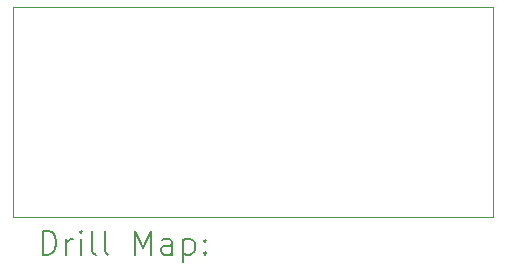
<source format=gbr>
%TF.GenerationSoftware,KiCad,Pcbnew,7.0.10*%
%TF.CreationDate,2024-02-13T22:41:41+09:00*%
%TF.ProjectId,drv8833,64727638-3833-4332-9e6b-696361645f70,rev?*%
%TF.SameCoordinates,Original*%
%TF.FileFunction,Drillmap*%
%TF.FilePolarity,Positive*%
%FSLAX45Y45*%
G04 Gerber Fmt 4.5, Leading zero omitted, Abs format (unit mm)*
G04 Created by KiCad (PCBNEW 7.0.10) date 2024-02-13 22:41:41*
%MOMM*%
%LPD*%
G01*
G04 APERTURE LIST*
%ADD10C,0.100000*%
%ADD11C,0.200000*%
G04 APERTURE END LIST*
D10*
X9906000Y-5588000D02*
X13970000Y-5588000D01*
X9906000Y-7366000D02*
X9906000Y-5588000D01*
X9906000Y-7366000D02*
X13970000Y-7366000D01*
X13970000Y-7366000D02*
X13970000Y-5588000D01*
D11*
X10161777Y-7682484D02*
X10161777Y-7482484D01*
X10161777Y-7482484D02*
X10209396Y-7482484D01*
X10209396Y-7482484D02*
X10237967Y-7492008D01*
X10237967Y-7492008D02*
X10257015Y-7511055D01*
X10257015Y-7511055D02*
X10266539Y-7530103D01*
X10266539Y-7530103D02*
X10276063Y-7568198D01*
X10276063Y-7568198D02*
X10276063Y-7596769D01*
X10276063Y-7596769D02*
X10266539Y-7634865D01*
X10266539Y-7634865D02*
X10257015Y-7653912D01*
X10257015Y-7653912D02*
X10237967Y-7672960D01*
X10237967Y-7672960D02*
X10209396Y-7682484D01*
X10209396Y-7682484D02*
X10161777Y-7682484D01*
X10361777Y-7682484D02*
X10361777Y-7549150D01*
X10361777Y-7587246D02*
X10371301Y-7568198D01*
X10371301Y-7568198D02*
X10380824Y-7558674D01*
X10380824Y-7558674D02*
X10399872Y-7549150D01*
X10399872Y-7549150D02*
X10418920Y-7549150D01*
X10485586Y-7682484D02*
X10485586Y-7549150D01*
X10485586Y-7482484D02*
X10476063Y-7492008D01*
X10476063Y-7492008D02*
X10485586Y-7501531D01*
X10485586Y-7501531D02*
X10495110Y-7492008D01*
X10495110Y-7492008D02*
X10485586Y-7482484D01*
X10485586Y-7482484D02*
X10485586Y-7501531D01*
X10609396Y-7682484D02*
X10590348Y-7672960D01*
X10590348Y-7672960D02*
X10580824Y-7653912D01*
X10580824Y-7653912D02*
X10580824Y-7482484D01*
X10714158Y-7682484D02*
X10695110Y-7672960D01*
X10695110Y-7672960D02*
X10685586Y-7653912D01*
X10685586Y-7653912D02*
X10685586Y-7482484D01*
X10942729Y-7682484D02*
X10942729Y-7482484D01*
X10942729Y-7482484D02*
X11009396Y-7625341D01*
X11009396Y-7625341D02*
X11076063Y-7482484D01*
X11076063Y-7482484D02*
X11076063Y-7682484D01*
X11257015Y-7682484D02*
X11257015Y-7577722D01*
X11257015Y-7577722D02*
X11247491Y-7558674D01*
X11247491Y-7558674D02*
X11228443Y-7549150D01*
X11228443Y-7549150D02*
X11190348Y-7549150D01*
X11190348Y-7549150D02*
X11171301Y-7558674D01*
X11257015Y-7672960D02*
X11237967Y-7682484D01*
X11237967Y-7682484D02*
X11190348Y-7682484D01*
X11190348Y-7682484D02*
X11171301Y-7672960D01*
X11171301Y-7672960D02*
X11161777Y-7653912D01*
X11161777Y-7653912D02*
X11161777Y-7634865D01*
X11161777Y-7634865D02*
X11171301Y-7615817D01*
X11171301Y-7615817D02*
X11190348Y-7606293D01*
X11190348Y-7606293D02*
X11237967Y-7606293D01*
X11237967Y-7606293D02*
X11257015Y-7596769D01*
X11352253Y-7549150D02*
X11352253Y-7749150D01*
X11352253Y-7558674D02*
X11371301Y-7549150D01*
X11371301Y-7549150D02*
X11409396Y-7549150D01*
X11409396Y-7549150D02*
X11428443Y-7558674D01*
X11428443Y-7558674D02*
X11437967Y-7568198D01*
X11437967Y-7568198D02*
X11447491Y-7587246D01*
X11447491Y-7587246D02*
X11447491Y-7644388D01*
X11447491Y-7644388D02*
X11437967Y-7663436D01*
X11437967Y-7663436D02*
X11428443Y-7672960D01*
X11428443Y-7672960D02*
X11409396Y-7682484D01*
X11409396Y-7682484D02*
X11371301Y-7682484D01*
X11371301Y-7682484D02*
X11352253Y-7672960D01*
X11533205Y-7663436D02*
X11542729Y-7672960D01*
X11542729Y-7672960D02*
X11533205Y-7682484D01*
X11533205Y-7682484D02*
X11523682Y-7672960D01*
X11523682Y-7672960D02*
X11533205Y-7663436D01*
X11533205Y-7663436D02*
X11533205Y-7682484D01*
X11533205Y-7558674D02*
X11542729Y-7568198D01*
X11542729Y-7568198D02*
X11533205Y-7577722D01*
X11533205Y-7577722D02*
X11523682Y-7568198D01*
X11523682Y-7568198D02*
X11533205Y-7558674D01*
X11533205Y-7558674D02*
X11533205Y-7577722D01*
M02*

</source>
